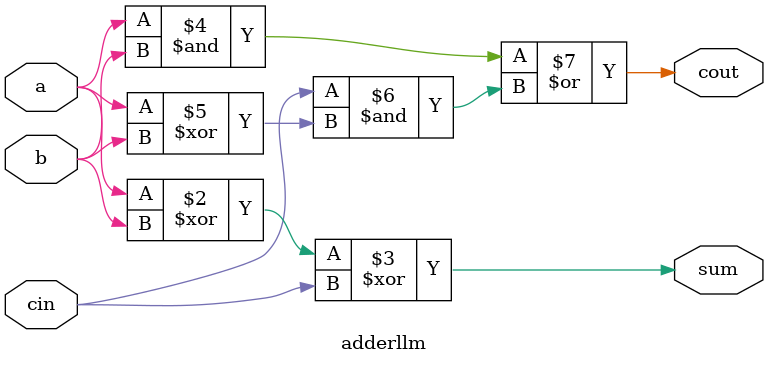
<source format=v>
module adderllm(
    input a,        // First operand
    input b,        // Second operand
    input cin,      // Carry in
    output reg sum, // Sum output
    output reg cout // Carry out output
);

    always @(*) begin
        sum = a ^ b ^ cin;  // Sum is XOR of a, b, and cin
        cout = (a & b) | (cin & (a ^ b));  // Carry out logic
    end

endmodule

</source>
